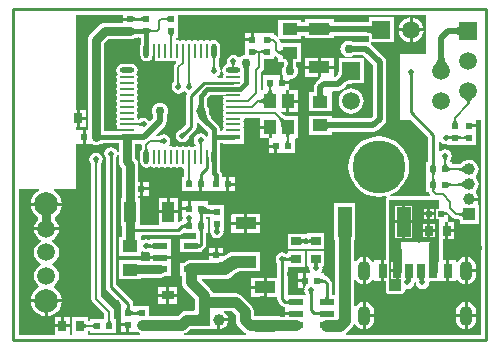
<source format=gtl>
%FSLAX25Y25*%
%MOIN*%
G70*
G01*
G75*
G04 Layer_Physical_Order=1*
G04 Layer_Color=255*
%ADD10C,0.01500*%
%ADD11C,0.00800*%
%ADD12C,0.02000*%
%ADD13C,0.01000*%
%ADD14C,0.04000*%
%ADD15R,0.04724X0.09843*%
%ADD16R,0.02756X0.03347*%
%ADD17R,0.02362X0.02362*%
%ADD18O,0.00984X0.04724*%
%ADD19O,0.04724X0.00984*%
%ADD20O,0.04724X0.01772*%
%ADD21O,0.01772X0.04724*%
%ADD22R,0.04724X0.01772*%
%ADD23R,0.02362X0.02362*%
%ADD24R,0.04331X0.04724*%
%ADD25R,0.05118X0.03937*%
%ADD26R,0.07087X0.03937*%
%ADD27R,0.02756X0.04724*%
%ADD28R,0.02992X0.04724*%
%ADD29R,0.03150X0.04724*%
%ADD30R,0.03347X0.02756*%
%ADD31R,0.04724X0.01969*%
%ADD32R,0.03937X0.03150*%
%ADD33R,0.03937X0.07087*%
%ADD34C,0.03000*%
%ADD35C,0.03500*%
%ADD36C,0.17716*%
%ADD37C,0.07874*%
%ADD38C,0.05906*%
%ADD39R,0.05906X0.05906*%
%ADD40R,0.03937X0.03937*%
%ADD41C,0.03937*%
%ADD42O,0.04331X0.06693*%
%ADD43R,0.03937X0.03937*%
%ADD44R,0.05906X0.05906*%
%ADD45C,0.03000*%
%ADD46C,0.02000*%
G36*
X36619Y-2700D02*
X39001D01*
Y-3700D01*
X36619D01*
Y-4414D01*
X30530D01*
X29825Y-4507D01*
X29440Y-4666D01*
X29168Y-4778D01*
X28604Y-5211D01*
X25680Y-8136D01*
X25247Y-8700D01*
X24975Y-9357D01*
X24882Y-10061D01*
Y-36300D01*
Y-40219D01*
X24100D01*
Y-42601D01*
Y-44981D01*
X26464D01*
X26901Y-45162D01*
X27606Y-45255D01*
X28310Y-45162D01*
X28747Y-44981D01*
X29918D01*
Y-44650D01*
X35144D01*
Y-47563D01*
X34646Y-47612D01*
X34572Y-47242D01*
X34086Y-46514D01*
X33358Y-46028D01*
X32500Y-45857D01*
X31642Y-46028D01*
X30914Y-46514D01*
X30428Y-47242D01*
X30257Y-48100D01*
X30428Y-48958D01*
X30767Y-49466D01*
Y-92400D01*
X30899Y-93063D01*
X31274Y-93626D01*
X31274Y-93626D01*
X31274Y-93626D01*
X35819Y-98170D01*
X35819Y-98819D01*
X35819D01*
Y-103581D01*
Y-104637D01*
X38201D01*
Y-105136D01*
X38700D01*
Y-107518D01*
X40581D01*
Y-107481D01*
X41157D01*
X41412Y-107677D01*
X42130Y-107974D01*
X42357Y-108004D01*
X42324Y-108503D01*
X24778D01*
Y-108503D01*
Y-108373D01*
X24778Y-108149D01*
X24778Y-108149D01*
X24778D01*
Y-107131D01*
X25582D01*
Y-107881D01*
X34281D01*
Y-103119D01*
X33531D01*
Y-100800D01*
X33407Y-100176D01*
X33053Y-99647D01*
X29231Y-95824D01*
Y-51534D01*
X29248Y-51494D01*
X29672Y-50858D01*
X29843Y-50000D01*
X29672Y-49142D01*
X29186Y-48414D01*
X28458Y-47928D01*
X27600Y-47757D01*
X26742Y-47928D01*
X26014Y-48414D01*
X25528Y-49142D01*
X25357Y-50000D01*
X25528Y-50858D01*
X25952Y-51494D01*
X25969Y-51534D01*
Y-96500D01*
X25969Y-96500D01*
X25969D01*
X26093Y-97124D01*
X26447Y-97654D01*
X30269Y-101476D01*
Y-103119D01*
X25582D01*
Y-103869D01*
X24778D01*
Y-102627D01*
X19622D01*
Y-108149D01*
X19622Y-108149D01*
X19622D01*
X19622Y-108373D01*
X19492Y-108503D01*
X18872D01*
Y-108503D01*
Y-108373D01*
X18872Y-108149D01*
X18872Y-108149D01*
X18872D01*
Y-106000D01*
X13716D01*
Y-108149D01*
X13716Y-108149D01*
X13716D01*
X13716Y-108373D01*
X13587Y-108503D01*
X1733D01*
Y-59854D01*
X8377D01*
X8475Y-60344D01*
X8409Y-60371D01*
X7336Y-61194D01*
X6513Y-62268D01*
X5995Y-63517D01*
X5884Y-64358D01*
X16116D01*
X16005Y-63517D01*
X15487Y-62268D01*
X14664Y-61194D01*
X13591Y-60371D01*
X13525Y-60344D01*
X13623Y-59854D01*
X20800D01*
Y-44981D01*
X21219D01*
Y-44981D01*
X23100D01*
Y-42601D01*
Y-40219D01*
X21219D01*
Y-40219D01*
X21154D01*
X20800Y-39865D01*
Y-39173D01*
X21200D01*
Y-36301D01*
Y-33427D01*
X20800D01*
Y-1733D01*
X36619D01*
Y-2700D01*
D02*
G37*
G36*
X137600Y-14200D02*
Y-14700D01*
X128900D01*
Y-19900D01*
Y-36800D01*
X132549D01*
X138267Y-42518D01*
Y-50919D01*
X137619D01*
Y-55681D01*
X137619Y-55681D01*
X137619Y-56019D01*
X137619D01*
Y-60781D01*
X138405D01*
X138493Y-61224D01*
X138847Y-61753D01*
X138908Y-61814D01*
X138716Y-62277D01*
X125595D01*
X125522Y-61782D01*
X125668Y-61738D01*
X127415Y-60804D01*
X128947Y-59547D01*
X130204Y-58015D01*
X131138Y-56268D01*
X131713Y-54372D01*
X131907Y-52400D01*
X131713Y-50428D01*
X131138Y-48532D01*
X130204Y-46785D01*
X128947Y-45253D01*
X127415Y-43996D01*
X125668Y-43062D01*
X123772Y-42487D01*
X121800Y-42293D01*
X119828Y-42487D01*
X117932Y-43062D01*
X116185Y-43996D01*
X114653Y-45253D01*
X113396Y-46785D01*
X112462Y-48532D01*
X111887Y-50428D01*
X111693Y-52400D01*
X111887Y-54372D01*
X112462Y-56268D01*
X113396Y-58015D01*
X114653Y-59547D01*
X116185Y-60804D01*
X117932Y-61738D01*
X119828Y-62313D01*
X121800Y-62507D01*
X123772Y-62313D01*
X124239Y-62171D01*
X124452Y-62623D01*
X124435Y-62635D01*
X124170Y-63032D01*
X124076Y-63500D01*
Y-83538D01*
X123573D01*
Y-87101D01*
Y-90662D01*
X124076D01*
Y-93787D01*
X124170Y-94256D01*
X124435Y-94652D01*
X124832Y-94918D01*
X125300Y-95011D01*
X129180D01*
X129648Y-94918D01*
X130045Y-94652D01*
X130310Y-94256D01*
X130403Y-93787D01*
Y-93459D01*
X130789Y-93142D01*
X131300Y-93243D01*
X132158Y-93072D01*
X132886Y-92586D01*
X133372Y-91858D01*
X133529Y-91070D01*
X134014Y-90948D01*
X134057Y-91000D01*
X134228Y-91858D01*
X134714Y-92586D01*
X135442Y-93072D01*
X136300Y-93243D01*
X137158Y-93072D01*
X137886Y-92586D01*
X138372Y-91858D01*
X138543Y-91000D01*
X138820Y-90662D01*
X144227D01*
Y-87101D01*
Y-83538D01*
X143068D01*
Y-76573D01*
X143905D01*
Y-73701D01*
Y-70827D01*
X144787D01*
Y-70481D01*
X144787D01*
Y-68600D01*
X142404D01*
Y-67600D01*
X144693D01*
X144787Y-67694D01*
Y-68347D01*
X145249Y-68156D01*
X146546Y-69454D01*
X147076Y-69807D01*
X147700Y-69931D01*
X148113D01*
Y-69946D01*
X148228Y-69931D01*
X148230D01*
X148732Y-70031D01*
Y-71469D01*
X155069D01*
Y-65131D01*
X155021D01*
X154743Y-64716D01*
X154987Y-64127D01*
X155030Y-63800D01*
X151899D01*
Y-62800D01*
X155030D01*
X154987Y-62473D01*
X154668Y-61702D01*
X154160Y-61040D01*
Y-60560D01*
X154668Y-59898D01*
X154987Y-59127D01*
X155096Y-58300D01*
X154987Y-57473D01*
X154668Y-56702D01*
X154160Y-56040D01*
Y-55560D01*
X154668Y-54898D01*
X154987Y-54127D01*
X155096Y-53300D01*
X154987Y-52473D01*
X154668Y-51702D01*
X154160Y-51040D01*
X153498Y-50532D01*
X152727Y-50213D01*
X151900Y-50104D01*
X151073Y-50213D01*
X150302Y-50532D01*
X149688Y-51003D01*
X149637Y-51037D01*
X149640Y-51040D01*
X149604Y-51087D01*
X148947Y-51526D01*
X148230Y-51669D01*
X148228D01*
X148113Y-51653D01*
Y-51669D01*
X146318D01*
Y-50919D01*
X145568D01*
Y-50371D01*
X145585Y-50331D01*
X146009Y-49695D01*
X146180Y-48837D01*
X146009Y-47979D01*
X145523Y-47251D01*
X144795Y-46765D01*
X143937Y-46594D01*
X143079Y-46765D01*
X142351Y-47251D01*
X142292Y-47339D01*
X141818Y-47180D01*
X141990Y-44206D01*
X142473Y-44075D01*
X142614Y-44286D01*
X143342Y-44772D01*
X144200Y-44943D01*
X144583Y-44867D01*
X144844Y-45081D01*
Y-45081D01*
X154306D01*
Y-41144D01*
Y-39263D01*
X151924D01*
Y-38263D01*
X154306D01*
Y-36800D01*
X155747D01*
Y-108503D01*
X110886D01*
X110725Y-108029D01*
X111198Y-107667D01*
X112697Y-106167D01*
X113210Y-105499D01*
X113447Y-104926D01*
X113947D01*
X113953Y-104939D01*
X114492Y-105642D01*
X115195Y-106181D01*
X116014Y-106520D01*
X116392Y-106570D01*
Y-102062D01*
Y-97551D01*
X116014Y-97601D01*
X115195Y-97940D01*
X114492Y-98479D01*
X114116Y-98969D01*
X113643Y-98808D01*
Y-90352D01*
X114116Y-90191D01*
X114492Y-90681D01*
X115195Y-91221D01*
X116014Y-91560D01*
X116392Y-91610D01*
Y-87101D01*
Y-82590D01*
X116014Y-82640D01*
X115195Y-82979D01*
X114492Y-83519D01*
X114116Y-84009D01*
X113643Y-83848D01*
Y-76921D01*
X113977D01*
Y-64679D01*
X106853D01*
Y-76921D01*
X107187D01*
Y-95279D01*
X106151D01*
Y-91318D01*
X106019Y-90655D01*
X105644Y-90092D01*
X104726Y-89174D01*
X104163Y-88799D01*
X103518Y-88670D01*
Y-88019D01*
X102828D01*
X102592Y-87578D01*
X102872Y-87158D01*
X103043Y-86300D01*
X102996Y-86064D01*
X103313Y-85678D01*
X103673D01*
Y-80522D01*
X97927D01*
Y-85678D01*
X98286D01*
X98604Y-86064D01*
X98557Y-86300D01*
X98728Y-87158D01*
X99008Y-87578D01*
X98772Y-88019D01*
X97700D01*
Y-90401D01*
Y-91956D01*
X97614Y-92014D01*
X97127Y-92742D01*
X97120Y-92781D01*
X96726D01*
X97043Y-93168D01*
X96957Y-93600D01*
X97128Y-94458D01*
X97381Y-94838D01*
X97145Y-95279D01*
X91433D01*
Y-85778D01*
X97173D01*
Y-80622D01*
X91427D01*
Y-81178D01*
X90986Y-81413D01*
X90558Y-81128D01*
X89700Y-80957D01*
X88842Y-81128D01*
X88114Y-81614D01*
X87628Y-82342D01*
X87457Y-83200D01*
X87628Y-84058D01*
X87967Y-84566D01*
Y-89436D01*
X84500D01*
Y-92606D01*
Y-95773D01*
X87967D01*
Y-96461D01*
X88099Y-97125D01*
X88474Y-97687D01*
X89476Y-98689D01*
X89476Y-98689D01*
X90038Y-99064D01*
X90620Y-99180D01*
Y-99647D01*
Y-100900D01*
X94183D01*
Y-101900D01*
X90620D01*
Y-102362D01*
X88743D01*
Y-102232D01*
X80076D01*
Y-100573D01*
X79974Y-99803D01*
X79677Y-99085D01*
X79204Y-98469D01*
X76231Y-95496D01*
X75615Y-95023D01*
X74897Y-94726D01*
X74127Y-94625D01*
X66400D01*
X66374Y-94430D01*
X66077Y-93712D01*
X65604Y-93096D01*
X62835Y-90326D01*
X63026Y-89865D01*
X70632D01*
X71468Y-89755D01*
X72246Y-89432D01*
X72914Y-88919D01*
X72915Y-88919D01*
X72914Y-88919D01*
X73627Y-88206D01*
X73627Y-88206D01*
X73627Y-88206D01*
X73650Y-88184D01*
X74269Y-87709D01*
X75020Y-87398D01*
X75554Y-87328D01*
X77400D01*
X77849Y-87269D01*
X82143D01*
Y-80932D01*
X77849D01*
X77400Y-80872D01*
X76064D01*
X75825Y-80841D01*
Y-80822D01*
X75682Y-80836D01*
X75217Y-80791D01*
X74389Y-80872D01*
X73169D01*
X72720Y-80932D01*
X72657D01*
Y-80940D01*
X72334Y-80982D01*
X71556Y-81305D01*
X71265Y-81528D01*
X70887Y-81818D01*
X70696Y-82009D01*
D01*
D01*
X70614Y-82091D01*
X70429Y-82232D01*
X69981Y-82011D01*
Y-82263D01*
X65219D01*
Y-83319D01*
Y-83409D01*
X59236D01*
X58401Y-83519D01*
X57622Y-83842D01*
X56954Y-84355D01*
X56879Y-84453D01*
X55674D01*
Y-88821D01*
X56261D01*
Y-90936D01*
X56362Y-91706D01*
X56659Y-92424D01*
X57132Y-93040D01*
X57132Y-93040D01*
X57132Y-93040D01*
X60524Y-96433D01*
Y-97400D01*
X60524Y-97400D01*
X60524D01*
Y-100331D01*
X60331D01*
Y-100524D01*
X57695D01*
X56924Y-100626D01*
X56207Y-100923D01*
X55590Y-101396D01*
X54820Y-102167D01*
X51780D01*
X51458Y-102125D01*
X45281D01*
Y-98782D01*
X40519D01*
Y-98819D01*
X39933D01*
Y-98100D01*
X39933Y-98100D01*
X39933Y-98100D01*
Y-98100D01*
X39933D01*
X39933Y-98100D01*
X39801Y-97437D01*
X39426Y-96874D01*
X34233Y-91682D01*
Y-49466D01*
X34572Y-48958D01*
X34646Y-48588D01*
X35144Y-48637D01*
Y-50667D01*
X35236Y-51372D01*
X35236Y-51372D01*
X35236Y-51372D01*
X35508Y-52029D01*
X35941Y-52593D01*
X36181Y-52833D01*
Y-59942D01*
Y-61400D01*
X36181Y-61400D01*
X36181D01*
Y-62757D01*
X35736D01*
Y-72243D01*
X36177D01*
Y-73600D01*
Y-75757D01*
X35141D01*
Y-82095D01*
X42659D01*
Y-80801D01*
X43100Y-80565D01*
X43505Y-80835D01*
X44363Y-81006D01*
X45051Y-80869D01*
X45438Y-81186D01*
Y-82200D01*
X52562D01*
Y-80947D01*
Y-76579D01*
X45438D01*
X45438Y-76579D01*
Y-76579D01*
X45224Y-76693D01*
X45221Y-76691D01*
X44363Y-76520D01*
X43505Y-76691D01*
X43100Y-76961D01*
X42659Y-76725D01*
Y-75757D01*
X42659D01*
Y-75687D01*
X43013Y-75333D01*
X54900D01*
X55563Y-75201D01*
X56126Y-74826D01*
X56126Y-74826D01*
X56126Y-74826D01*
X56370Y-74581D01*
X60804D01*
Y-76579D01*
X59765D01*
X59700Y-76566D01*
X59635Y-76579D01*
X55674D01*
Y-80947D01*
X62798D01*
Y-80352D01*
X63342Y-79989D01*
X63763Y-79568D01*
X63763Y-79568D01*
X64014Y-79193D01*
X64138Y-79006D01*
X64270Y-78343D01*
X64270Y-78343D01*
Y-74581D01*
X64918D01*
Y-69819D01*
X64270D01*
Y-69133D01*
X65419D01*
Y-69881D01*
Y-73818D01*
X65419D01*
X65575Y-74009D01*
X65557Y-74100D01*
X65728Y-74958D01*
X66214Y-75686D01*
X66942Y-76172D01*
X67800Y-76343D01*
X68658Y-76172D01*
X69386Y-75686D01*
X69872Y-74958D01*
X70043Y-74100D01*
X70025Y-74009D01*
X70181Y-73818D01*
X70181D01*
Y-69881D01*
Y-65119D01*
X65419D01*
Y-65119D01*
X65359Y-65159D01*
X64918Y-64923D01*
Y-64019D01*
X59100D01*
Y-66401D01*
X58601D01*
Y-66900D01*
X56219D01*
Y-68781D01*
X56219D01*
X56429Y-69037D01*
X56357Y-69400D01*
X56397Y-69602D01*
X56219Y-69819D01*
X56219D01*
Y-70483D01*
X55637Y-70599D01*
X55309Y-70817D01*
X54869Y-70582D01*
Y-68000D01*
X48531D01*
Y-71867D01*
X42073D01*
Y-62757D01*
X41628D01*
Y-62181D01*
X42200D01*
Y-59801D01*
Y-57419D01*
X41628D01*
Y-51705D01*
X41535Y-51000D01*
X41263Y-50343D01*
X40830Y-49779D01*
X40590Y-49539D01*
Y-44905D01*
X42532D01*
X42732Y-45148D01*
Y-46369D01*
X42398Y-46868D01*
X42236Y-47682D01*
Y-50635D01*
X42398Y-51449D01*
X42859Y-52139D01*
X43549Y-52600D01*
X44363Y-52761D01*
X45177Y-52600D01*
X45604Y-52314D01*
X46065Y-52622D01*
X46725Y-52754D01*
X47385Y-52622D01*
X47709Y-52406D01*
X48033Y-52622D01*
X48694Y-52754D01*
X49354Y-52622D01*
X49678Y-52406D01*
X50002Y-52622D01*
X50662Y-52754D01*
X51322Y-52622D01*
X51647Y-52406D01*
X51970Y-52622D01*
X52631Y-52754D01*
X53291Y-52622D01*
X53615Y-52406D01*
X53939Y-52622D01*
X54599Y-52754D01*
X55259Y-52622D01*
X55584Y-52406D01*
X55907Y-52622D01*
X56568Y-52754D01*
X56932Y-53052D01*
Y-55919D01*
X56182D01*
Y-60681D01*
X62000D01*
Y-58299D01*
X63000D01*
Y-60681D01*
X64881D01*
Y-60581D01*
X65182D01*
Y-60581D01*
X71000D01*
Y-58201D01*
Y-55819D01*
X69551D01*
Y-55142D01*
X69400Y-54381D01*
X68969Y-53736D01*
X68792Y-53559D01*
Y-51331D01*
X68931Y-50635D01*
Y-47682D01*
X68792Y-46986D01*
Y-44650D01*
X69738D01*
Y-44748D01*
X76862D01*
Y-40576D01*
X76862D01*
X76845Y-40555D01*
X76895Y-40300D01*
X76764Y-39640D01*
X76547Y-39316D01*
X76764Y-38992D01*
X76895Y-38331D01*
X76764Y-37671D01*
X76547Y-37347D01*
X76764Y-37023D01*
X76895Y-36363D01*
X77172Y-36026D01*
X82182D01*
Y-38731D01*
X85548D01*
Y-39230D01*
X86047D01*
Y-42793D01*
X85119D01*
Y-43219D01*
X85119D01*
Y-45100D01*
X87501D01*
Y-45599D01*
X88000D01*
Y-47981D01*
X93818D01*
Y-43219D01*
X93818D01*
Y-43146D01*
X94172Y-42793D01*
X94818D01*
Y-35669D01*
X91610D01*
X91453Y-35637D01*
Y-35637D01*
X91440Y-35648D01*
X90815Y-35524D01*
X90332Y-35201D01*
X89319Y-34188D01*
X89307Y-34174D01*
Y-34174D01*
Y-34172D01*
X89324Y-34132D01*
X90953D01*
Y-30570D01*
Y-27007D01*
X91881D01*
Y-26781D01*
X91881D01*
Y-24900D01*
X89499D01*
Y-24401D01*
X89000D01*
Y-22019D01*
X83182D01*
Y-26781D01*
D01*
Y-26781D01*
X82956Y-27007D01*
X82531D01*
Y-20776D01*
X83053Y-20254D01*
X83407Y-19724D01*
X83531Y-19100D01*
X83531Y-19100D01*
X83531Y-19100D01*
Y-19100D01*
Y-16468D01*
X86781D01*
Y-15742D01*
X87243Y-15550D01*
X87247Y-15553D01*
X87776Y-15907D01*
X88341Y-16020D01*
Y-17569D01*
X90112D01*
Y-18623D01*
X90092Y-18672D01*
X90092Y-18672D01*
D01*
X90092Y-18672D01*
D01*
D01*
X90092Y-18672D01*
X90038Y-18752D01*
X89741Y-19138D01*
X89469Y-19795D01*
X89377Y-20500D01*
X89469Y-21205D01*
X89635Y-21603D01*
X89357Y-22019D01*
X89862D01*
X90000Y-22199D01*
Y-23900D01*
X91881D01*
Y-23415D01*
X92100Y-23223D01*
X92805Y-23131D01*
X93462Y-22858D01*
X94026Y-22426D01*
X94459Y-21862D01*
X94731Y-21205D01*
X94823Y-20500D01*
X94731Y-19795D01*
X94459Y-19138D01*
X94162Y-18752D01*
X94108Y-18672D01*
X94088Y-18623D01*
Y-17569D01*
X95859D01*
Y-11231D01*
X89131D01*
Y-11100D01*
X89007Y-10476D01*
X88653Y-9946D01*
X88758Y-9695D01*
X95859D01*
Y-8769D01*
X97257D01*
Y-9668D01*
X106743D01*
Y-8769D01*
X117395D01*
X118112Y-8863D01*
X118447Y-9003D01*
Y-10614D01*
X118061Y-10931D01*
X117578Y-10835D01*
X113234D01*
X113084Y-10719D01*
X112427Y-10447D01*
X111722Y-10355D01*
X111017Y-10447D01*
X110360Y-10719D01*
X109796Y-11152D01*
X109364Y-11716D01*
X109092Y-12373D01*
X108999Y-13078D01*
X109092Y-13783D01*
X109364Y-14440D01*
X109796Y-15004D01*
X110360Y-15436D01*
X111017Y-15708D01*
X111722Y-15801D01*
X112427Y-15708D01*
X113084Y-15436D01*
X113234Y-15321D01*
X116649D01*
X119857Y-18529D01*
Y-35571D01*
X119097Y-36331D01*
X106059D01*
Y-35405D01*
X98541D01*
Y-41743D01*
X106059D01*
Y-40817D01*
X120026D01*
X120884Y-40646D01*
X121612Y-40160D01*
X121612Y-40160D01*
X121612Y-40160D01*
X123686Y-38086D01*
X124172Y-37358D01*
X124343Y-36500D01*
X124343Y-36500D01*
X124343Y-36500D01*
Y-36500D01*
Y-17600D01*
X124172Y-16742D01*
X123686Y-16014D01*
X119164Y-11492D01*
X119073Y-11431D01*
X119219Y-10953D01*
X126753D01*
Y-2647D01*
X118447D01*
Y-4283D01*
X106743D01*
Y-3331D01*
X97257D01*
Y-4283D01*
X95859D01*
Y-3357D01*
X88341D01*
Y-8981D01*
X87879Y-9172D01*
X87704Y-8997D01*
X87174Y-8643D01*
X86781Y-8565D01*
Y-7769D01*
X82019D01*
D01*
D01*
X82019Y-7769D01*
X82006D01*
Y-7769D01*
X80125D01*
Y-10151D01*
X79626D01*
Y-10650D01*
X77244D01*
Y-12531D01*
Y-15124D01*
X76895Y-15169D01*
X76238Y-15442D01*
X75674Y-15874D01*
X75572Y-16008D01*
X75072Y-15992D01*
X74886Y-15714D01*
X74158Y-15228D01*
X73300Y-15057D01*
X72442Y-15228D01*
X71714Y-15714D01*
X71228Y-16442D01*
X71057Y-17300D01*
X71228Y-18158D01*
X71228D01*
X71010Y-18256D01*
X71010D01*
X71010Y-18256D01*
X70320Y-18717D01*
X69859Y-19407D01*
X69697Y-20221D01*
X69859Y-21035D01*
X70144Y-21462D01*
X69836Y-21923D01*
X69705Y-22583D01*
X69512Y-22819D01*
X68149D01*
X68004Y-22340D01*
X68390Y-22082D01*
X68876Y-21354D01*
X69047Y-20496D01*
X68876Y-19638D01*
X68452Y-19003D01*
X68435Y-18962D01*
Y-16514D01*
X68769Y-16015D01*
X68931Y-15202D01*
Y-12249D01*
X68769Y-11435D01*
X68308Y-10745D01*
X67618Y-10284D01*
X66804Y-10122D01*
X65990Y-10284D01*
X65563Y-10569D01*
X65102Y-10261D01*
X64442Y-10130D01*
X63781Y-10261D01*
X63457Y-10478D01*
X63133Y-10261D01*
X62473Y-10130D01*
X61813Y-10261D01*
X61489Y-10478D01*
X61165Y-10261D01*
X60505Y-10130D01*
X59844Y-10261D01*
X59521Y-10478D01*
X59196Y-10261D01*
X58536Y-10130D01*
X57876Y-10261D01*
X57552Y-10478D01*
X57228Y-10261D01*
X56568Y-10130D01*
X55907Y-10261D01*
X55584Y-10478D01*
X55259Y-10261D01*
X54599Y-10130D01*
X54262Y-9853D01*
Y-9481D01*
X54981D01*
Y-5544D01*
Y-1733D01*
X137600D01*
Y-14200D01*
D02*
G37*
G36*
X41919Y-9518D02*
X42375D01*
Y-11553D01*
X42236Y-12249D01*
Y-15202D01*
X42398Y-16015D01*
X42859Y-16705D01*
X43549Y-17166D01*
X44363Y-17328D01*
X45177Y-17166D01*
X45604Y-16881D01*
X46065Y-17189D01*
X46225Y-17221D01*
Y-16169D01*
X46328Y-16015D01*
X46490Y-15202D01*
Y-13724D01*
X46968D01*
Y-15595D01*
X47100Y-16256D01*
X47225Y-16444D01*
Y-17221D01*
X47385Y-17189D01*
X47709Y-16973D01*
X48033Y-17189D01*
X48694Y-17321D01*
X49354Y-17189D01*
X49678Y-16973D01*
X50002Y-17189D01*
X50662Y-17321D01*
X51322Y-17189D01*
X51647Y-16973D01*
X51970Y-17189D01*
X52631Y-17321D01*
X53291Y-17189D01*
X53615Y-16973D01*
X53939Y-17189D01*
X54140Y-17229D01*
X54285Y-17708D01*
X53847Y-18146D01*
X53493Y-18676D01*
X53369Y-19300D01*
Y-24266D01*
X53352Y-24306D01*
X52928Y-24942D01*
X52757Y-25800D01*
X52928Y-26658D01*
X53414Y-27386D01*
X54142Y-27872D01*
X55000Y-28043D01*
X55858Y-27872D01*
X56586Y-27386D01*
D01*
X57014Y-27286D01*
X57742Y-27772D01*
D01*
D01*
X57765Y-28170D01*
X57765Y-28170D01*
X57765Y-28170D01*
X57633Y-28833D01*
Y-38315D01*
X56040Y-39909D01*
X55442Y-40028D01*
X54714Y-40514D01*
X54228Y-41242D01*
X54057Y-42100D01*
X54228Y-42958D01*
X54714Y-43686D01*
X55442Y-44172D01*
X56300Y-44343D01*
X57158Y-44172D01*
X57886Y-43686D01*
X58372Y-42958D01*
X58491Y-42360D01*
X60592Y-40259D01*
X60968Y-39697D01*
X61100Y-39033D01*
Y-37765D01*
X61562Y-37574D01*
X63640Y-39652D01*
X63647Y-39660D01*
X63647Y-39659D01*
X64816Y-40827D01*
Y-42068D01*
Y-42294D01*
X64337Y-42439D01*
X63986Y-41914D01*
X63258Y-41428D01*
X62400Y-41257D01*
X61542Y-41428D01*
X60814Y-41914D01*
X60328Y-42642D01*
X60157Y-43500D01*
X60328Y-44358D01*
X60814Y-45086D01*
X60812Y-45088D01*
X60827Y-45125D01*
X60827D01*
X60827Y-45125D01*
X60786Y-45332D01*
X60505Y-45563D01*
X59844Y-45694D01*
X59521Y-45911D01*
X59196Y-45694D01*
X58536Y-45563D01*
X57876Y-45694D01*
X57552Y-45911D01*
X57228Y-45694D01*
X56568Y-45563D01*
X55907Y-45694D01*
X55584Y-45911D01*
X55259Y-45694D01*
X54599Y-45563D01*
X53939Y-45694D01*
X53615Y-45911D01*
X53291Y-45694D01*
X52631Y-45563D01*
X52123Y-45664D01*
X51845Y-45248D01*
X52172Y-44758D01*
X52343Y-43900D01*
X52172Y-43042D01*
X51686Y-42314D01*
X50958Y-41828D01*
X50100Y-41657D01*
X49242Y-41828D01*
X48606Y-42252D01*
X48566Y-42269D01*
X47588D01*
X47397Y-41807D01*
X50386Y-38818D01*
X50872Y-38090D01*
X51043Y-37231D01*
Y-35412D01*
X51158Y-35262D01*
X51430Y-34605D01*
X51523Y-33900D01*
X51430Y-33195D01*
X51158Y-32538D01*
X50726Y-31974D01*
X50162Y-31542D01*
X49505Y-31269D01*
X48800Y-31177D01*
X48095Y-31269D01*
X47438Y-31542D01*
X46874Y-31974D01*
X46442Y-32538D01*
X46169Y-33195D01*
X46077Y-33900D01*
X46169Y-34605D01*
X46442Y-35262D01*
X46557Y-35412D01*
Y-36302D01*
X45698Y-37162D01*
X45200Y-37113D01*
X44955Y-36745D01*
X44227Y-36259D01*
X43369Y-36088D01*
X42510Y-36259D01*
X41875Y-36683D01*
X41846Y-36696D01*
X41508Y-36418D01*
X41462Y-36363D01*
X41331Y-35703D01*
X41114Y-35379D01*
X41331Y-35055D01*
X41462Y-34394D01*
X41331Y-33734D01*
X41114Y-33410D01*
X41331Y-33086D01*
X41462Y-32426D01*
X41331Y-31766D01*
X41114Y-31442D01*
X41331Y-31118D01*
X41462Y-30457D01*
X41331Y-29797D01*
X41114Y-29473D01*
X41331Y-29149D01*
X41462Y-28489D01*
X41331Y-27829D01*
X41114Y-27505D01*
X41331Y-27181D01*
X41462Y-26520D01*
X41331Y-25860D01*
X41114Y-25536D01*
X41331Y-25212D01*
X41462Y-24552D01*
X41331Y-23892D01*
X41114Y-23568D01*
X41331Y-23244D01*
X41462Y-22583D01*
X41331Y-21923D01*
X41023Y-21462D01*
X41308Y-21035D01*
X41470Y-20221D01*
X41308Y-19407D01*
X40847Y-18717D01*
X40157Y-18256D01*
X39343Y-18094D01*
X36391D01*
X35577Y-18256D01*
X34887Y-18717D01*
X34426Y-19407D01*
X34264Y-20221D01*
X34426Y-21035D01*
X34711Y-21462D01*
X34403Y-21923D01*
X34272Y-22583D01*
X34403Y-23244D01*
X34619Y-23568D01*
X34403Y-23892D01*
X34272Y-24552D01*
X34403Y-25212D01*
X34619Y-25536D01*
X34403Y-25860D01*
X34272Y-26520D01*
X34403Y-27181D01*
X34619Y-27505D01*
X34403Y-27829D01*
X34272Y-28489D01*
X34403Y-29149D01*
X34619Y-29473D01*
X34403Y-29797D01*
X34272Y-30457D01*
X34403Y-31118D01*
X34619Y-31442D01*
X34403Y-31766D01*
X34272Y-32426D01*
X34403Y-33086D01*
X34619Y-33410D01*
X34403Y-33734D01*
X34272Y-34394D01*
X34403Y-35055D01*
X34619Y-35379D01*
X34403Y-35703D01*
X34272Y-36363D01*
X34403Y-37023D01*
X34619Y-37347D01*
X34403Y-37671D01*
X34271Y-38331D01*
X34403Y-38992D01*
X34619Y-39316D01*
X34403Y-39640D01*
X34371Y-39800D01*
X35149D01*
X35337Y-39926D01*
X35997Y-40057D01*
X37868D01*
Y-40419D01*
X37867D01*
X37282Y-40535D01*
X36391D01*
X35694Y-40674D01*
X34346D01*
X34271Y-40300D01*
X33965Y-40674D01*
X30329D01*
Y-36300D01*
Y-11189D01*
X31658Y-9860D01*
X39000D01*
X39705Y-9768D01*
X40307Y-9518D01*
X41381D01*
Y-9125D01*
X41919D01*
Y-9518D01*
D02*
G37*
G36*
X141845Y-66419D02*
X140724D01*
Y-69781D01*
X141845D01*
Y-84238D01*
X140384D01*
Y-87101D01*
X139384D01*
Y-84238D01*
X139335D01*
Y-77753D01*
X139220Y-77634D01*
X129180D01*
Y-84238D01*
X128416D01*
Y-87101D01*
Y-89962D01*
X129180D01*
Y-93787D01*
X125300D01*
Y-63500D01*
X141845D01*
Y-66419D01*
D02*
G37*
G36*
X69709Y-28509D02*
X73301D01*
Y-28732D01*
X71430D01*
X70770Y-28863D01*
X70582Y-28989D01*
X69804D01*
X69836Y-29149D01*
X70052Y-29473D01*
X69836Y-29797D01*
X69705Y-30457D01*
X69836Y-31118D01*
X70052Y-31442D01*
X69836Y-31766D01*
X69705Y-32426D01*
X69836Y-33086D01*
X70052Y-33410D01*
X69836Y-33734D01*
X69705Y-34394D01*
X69836Y-35055D01*
X70052Y-35379D01*
X69836Y-35703D01*
X69705Y-36363D01*
X69836Y-37023D01*
X70052Y-37347D01*
X69836Y-37671D01*
X69705Y-38331D01*
X69836Y-38992D01*
X70052Y-39316D01*
X69836Y-39640D01*
X69705Y-40300D01*
X69705Y-40300D01*
X69705Y-40300D01*
X69705Y-40305D01*
X69367Y-40674D01*
X68792D01*
Y-40004D01*
X68792Y-40004D01*
X68792Y-40004D01*
Y-40004D01*
X68792D01*
X68792Y-40004D01*
X68641Y-39243D01*
X68210Y-38598D01*
X66330Y-36718D01*
X65776Y-35996D01*
X65357Y-34985D01*
X65219Y-33935D01*
X65223Y-33900D01*
X65238D01*
X65194Y-33678D01*
X65131Y-33195D01*
X64859Y-32538D01*
X64562Y-32152D01*
X64508Y-32072D01*
X64488Y-32023D01*
Y-29524D01*
X65503Y-28509D01*
X69709D01*
X69709Y-28509D01*
D02*
G37*
G36*
X74124Y-101806D02*
Y-103600D01*
X74226Y-104370D01*
X74523Y-105088D01*
X74996Y-105704D01*
X76733Y-107441D01*
X77349Y-107914D01*
X77587Y-108012D01*
X77490Y-108503D01*
X56929D01*
X56832Y-108012D01*
X57540Y-107719D01*
X58156Y-107246D01*
X58156Y-107246D01*
X58156Y-107246D01*
X58927Y-106475D01*
X60331D01*
Y-106668D01*
X66668D01*
Y-106653D01*
X67084Y-106376D01*
X67594Y-106587D01*
X67921Y-106630D01*
Y-103499D01*
X68420D01*
Y-103000D01*
X71551D01*
X71508Y-102673D01*
X71189Y-101902D01*
X70681Y-101240D01*
X70019Y-100732D01*
X70050Y-100575D01*
X72894D01*
X74124Y-101806D01*
D02*
G37*
%LPC*%
G36*
X96700Y-88019D02*
X94819D01*
Y-89900D01*
X96700D01*
Y-88019D01*
D02*
G37*
G36*
Y-90900D02*
X94819D01*
Y-92781D01*
X96700D01*
Y-90900D01*
D02*
G37*
G36*
X83500Y-89436D02*
X79257D01*
Y-92105D01*
X83500D01*
Y-89436D01*
D02*
G37*
G36*
X117392Y-82590D02*
Y-87101D01*
Y-91610D01*
X117771Y-91560D01*
X118589Y-91221D01*
X119292Y-90681D01*
X119825Y-89987D01*
X119981Y-90040D01*
X120298Y-90172D01*
Y-90662D01*
X122573D01*
Y-87101D01*
Y-83538D01*
X120298D01*
Y-84028D01*
X119981Y-84160D01*
X119825Y-84213D01*
X119292Y-83519D01*
X118589Y-82979D01*
X117771Y-82640D01*
X117392Y-82590D01*
D02*
G37*
G36*
X154302Y-87600D02*
X151408D01*
Y-91610D01*
X151786Y-91560D01*
X152605Y-91221D01*
X153308Y-90681D01*
X153848Y-89978D01*
X154187Y-89160D01*
X154302Y-88281D01*
Y-87600D01*
D02*
G37*
G36*
X127416D02*
X125920D01*
Y-89962D01*
X127416D01*
Y-87600D01*
D02*
G37*
G36*
Y-84238D02*
X125920D01*
Y-86600D01*
X127416D01*
Y-84238D01*
D02*
G37*
G36*
X129600Y-71300D02*
X127238D01*
Y-76221D01*
X129600D01*
Y-71300D01*
D02*
G37*
G36*
X146984Y-74200D02*
X144905D01*
Y-76573D01*
X146984D01*
Y-74200D01*
D02*
G37*
G36*
X132962Y-71300D02*
X130600D01*
Y-76221D01*
X132962D01*
Y-71300D01*
D02*
G37*
G36*
X140378Y-74200D02*
X139000D01*
Y-75873D01*
X140378D01*
Y-74200D01*
D02*
G37*
G36*
X138000D02*
X136622D01*
Y-75873D01*
X138000D01*
Y-74200D01*
D02*
G37*
G36*
X150408Y-82590D02*
X150029Y-82640D01*
X149211Y-82979D01*
X148508Y-83519D01*
X147975Y-84213D01*
X147819Y-84160D01*
X147502Y-84028D01*
Y-83538D01*
X145227D01*
Y-87101D01*
Y-90662D01*
X147502D01*
Y-90172D01*
X147819Y-90040D01*
X147975Y-89987D01*
X148508Y-90681D01*
X149211Y-91221D01*
X150029Y-91560D01*
X150408Y-91610D01*
Y-87101D01*
Y-82590D01*
D02*
G37*
G36*
X151408D02*
Y-86600D01*
X154302D01*
Y-85919D01*
X154187Y-85040D01*
X153848Y-84222D01*
X153308Y-83519D01*
X152605Y-82979D01*
X151786Y-82640D01*
X151408Y-82590D01*
D02*
G37*
G36*
X52562Y-83200D02*
X45438D01*
Y-83914D01*
X42659D01*
Y-83631D01*
X35141D01*
Y-89969D01*
X42659D01*
Y-89360D01*
X49000D01*
X49705Y-89267D01*
X50362Y-88995D01*
X50589Y-88821D01*
X52562D01*
Y-84884D01*
Y-83200D01*
D02*
G37*
G36*
X69981Y-79382D02*
X68100D01*
Y-81263D01*
X69981D01*
Y-79382D01*
D02*
G37*
G36*
X67100D02*
X65219D01*
Y-81263D01*
X67100D01*
Y-79382D01*
D02*
G37*
G36*
X18872Y-102627D02*
X16794D01*
Y-105000D01*
X18872D01*
Y-102627D01*
D02*
G37*
G36*
X15795D02*
X13716D01*
Y-105000D01*
X15795D01*
Y-102627D01*
D02*
G37*
G36*
X16116Y-97642D02*
X11500D01*
Y-102257D01*
X12341Y-102146D01*
X13591Y-101629D01*
X14664Y-100805D01*
X15487Y-99732D01*
X16005Y-98483D01*
X16116Y-97642D01*
D02*
G37*
G36*
X10500D02*
X5884D01*
X5995Y-98483D01*
X6513Y-99732D01*
X7336Y-100805D01*
X8409Y-101629D01*
X9659Y-102146D01*
X10500Y-102257D01*
Y-97642D01*
D02*
G37*
G36*
X154302Y-102561D02*
X151408D01*
Y-106570D01*
X151786Y-106520D01*
X152605Y-106181D01*
X153308Y-105642D01*
X153848Y-104939D01*
X154187Y-104120D01*
X154302Y-103242D01*
Y-102561D01*
D02*
G37*
G36*
X71551Y-104000D02*
X68921D01*
Y-106630D01*
X69248Y-106587D01*
X70019Y-106268D01*
X70681Y-105760D01*
X71189Y-105098D01*
X71508Y-104327D01*
X71551Y-104000D01*
D02*
G37*
G36*
X37700Y-105637D02*
X35819D01*
Y-107518D01*
X37700D01*
Y-105637D01*
D02*
G37*
G36*
X150408Y-102561D02*
X147513D01*
Y-103242D01*
X147629Y-104120D01*
X147968Y-104939D01*
X148508Y-105642D01*
X149211Y-106181D01*
X150029Y-106520D01*
X150408Y-106570D01*
Y-102561D01*
D02*
G37*
G36*
X120287D02*
X117392D01*
Y-106570D01*
X117771Y-106520D01*
X118589Y-106181D01*
X119292Y-105642D01*
X119832Y-104939D01*
X120171Y-104120D01*
X120287Y-103242D01*
Y-102561D01*
D02*
G37*
G36*
X83500Y-93105D02*
X79257D01*
Y-95773D01*
X83500D01*
Y-93105D01*
D02*
G37*
G36*
X15123Y-73626D02*
X6877D01*
X6954Y-74210D01*
X7373Y-75220D01*
X8038Y-76088D01*
X8906Y-76753D01*
X9050Y-76813D01*
Y-77313D01*
X8906Y-77373D01*
X8038Y-78038D01*
X7373Y-78906D01*
X6954Y-79916D01*
X6811Y-81000D01*
X6954Y-82084D01*
X7373Y-83094D01*
X8038Y-83962D01*
X8906Y-84627D01*
X9050Y-84687D01*
Y-85187D01*
X8906Y-85247D01*
X8038Y-85912D01*
X7373Y-86780D01*
X6954Y-87790D01*
X6811Y-88874D01*
X6954Y-89958D01*
X7373Y-90968D01*
X8038Y-91836D01*
X8473Y-92169D01*
X8409Y-92655D01*
X7336Y-93478D01*
X6513Y-94551D01*
X5995Y-95801D01*
X5884Y-96642D01*
X16116D01*
X16005Y-95801D01*
X15487Y-94551D01*
X14664Y-93478D01*
X13591Y-92655D01*
X13527Y-92169D01*
X13962Y-91836D01*
X14627Y-90968D01*
X15046Y-89958D01*
X15189Y-88874D01*
X15046Y-87790D01*
X14627Y-86780D01*
X13962Y-85912D01*
X13094Y-85247D01*
X12950Y-85187D01*
Y-84687D01*
X13094Y-84627D01*
X13962Y-83962D01*
X14627Y-83094D01*
X15046Y-82084D01*
X15189Y-81000D01*
X15046Y-79916D01*
X14627Y-78906D01*
X13962Y-78038D01*
X13094Y-77373D01*
X12950Y-77313D01*
Y-76813D01*
X13094Y-76753D01*
X13962Y-76088D01*
X14627Y-75220D01*
X15046Y-74210D01*
X15123Y-73626D01*
D02*
G37*
G36*
X54668Y-92525D02*
X52000D01*
Y-94800D01*
X54668D01*
Y-92525D01*
D02*
G37*
G36*
X51000D02*
X48331D01*
Y-94800D01*
X51000D01*
Y-92525D01*
D02*
G37*
G36*
X54668Y-95800D02*
X52000D01*
Y-98075D01*
X54668D01*
Y-95800D01*
D02*
G37*
G36*
X150408Y-97551D02*
X150029Y-97601D01*
X149211Y-97940D01*
X148508Y-98479D01*
X147968Y-99182D01*
X147629Y-100001D01*
X147513Y-100880D01*
Y-101561D01*
X150408D01*
Y-97551D01*
D02*
G37*
G36*
X117392D02*
Y-101561D01*
X120287D01*
Y-100880D01*
X120171Y-100001D01*
X119832Y-99182D01*
X119292Y-98479D01*
X118589Y-97940D01*
X117771Y-97601D01*
X117392Y-97551D01*
D02*
G37*
G36*
X51000Y-95800D02*
X48331D01*
Y-98075D01*
X51000D01*
Y-95800D01*
D02*
G37*
G36*
X151408Y-97551D02*
Y-101561D01*
X154302D01*
Y-100880D01*
X154187Y-100001D01*
X153848Y-99182D01*
X153308Y-98479D01*
X152605Y-97940D01*
X151786Y-97601D01*
X151408Y-97551D01*
D02*
G37*
G36*
X103673Y-74616D02*
X97927D01*
Y-74762D01*
X97625Y-75010D01*
X97173Y-74796D01*
Y-74717D01*
X91427D01*
Y-79872D01*
X97173D01*
Y-79739D01*
X97625Y-79525D01*
X97927Y-79773D01*
Y-79772D01*
X103673D01*
Y-74616D01*
D02*
G37*
G36*
X112600Y-26311D02*
X111516Y-26454D01*
X110506Y-26873D01*
X109638Y-27538D01*
X108973Y-28406D01*
X108554Y-29416D01*
X108411Y-30500D01*
X108554Y-31584D01*
X108973Y-32594D01*
X109638Y-33462D01*
X110506Y-34127D01*
X111516Y-34546D01*
X112600Y-34689D01*
X113684Y-34546D01*
X114694Y-34127D01*
X115562Y-33462D01*
X116227Y-32594D01*
X116646Y-31584D01*
X116789Y-30500D01*
X116646Y-29416D01*
X116227Y-28406D01*
X115562Y-27538D01*
X114694Y-26873D01*
X113684Y-26454D01*
X112600Y-26311D01*
D02*
G37*
G36*
X24278Y-33427D02*
X22200D01*
Y-35800D01*
X24278D01*
Y-33427D01*
D02*
G37*
G36*
X94818Y-27007D02*
X91953D01*
Y-30069D01*
X94818D01*
Y-27007D01*
D02*
G37*
G36*
Y-31069D02*
X91953D01*
Y-34132D01*
X94818D01*
Y-31069D01*
D02*
G37*
G36*
X24278Y-36800D02*
X22200D01*
Y-39173D01*
X24278D01*
Y-36800D01*
D02*
G37*
G36*
X73881Y-55819D02*
X72000D01*
Y-57700D01*
X73881D01*
Y-55819D01*
D02*
G37*
G36*
X45081Y-57419D02*
X43200D01*
Y-59300D01*
X45081D01*
Y-57419D01*
D02*
G37*
G36*
X85047Y-39731D02*
X82182D01*
Y-42793D01*
X85047D01*
Y-39731D01*
D02*
G37*
G36*
X87000Y-46100D02*
X85119D01*
Y-47981D01*
X87000D01*
Y-46100D01*
D02*
G37*
G36*
X79125Y-7769D02*
X77244D01*
Y-9650D01*
X79125D01*
Y-7769D01*
D02*
G37*
G36*
X136723Y-7300D02*
X133100D01*
Y-10923D01*
X133684Y-10846D01*
X134694Y-10427D01*
X135562Y-9762D01*
X136227Y-8894D01*
X136646Y-7884D01*
X136723Y-7300D01*
D02*
G37*
G36*
X133100Y-2677D02*
Y-6300D01*
X136723D01*
X136646Y-5716D01*
X136227Y-4706D01*
X135562Y-3838D01*
X134694Y-3173D01*
X133684Y-2754D01*
X133100Y-2677D01*
D02*
G37*
G36*
X132100D02*
X131516Y-2754D01*
X130506Y-3173D01*
X129638Y-3838D01*
X128973Y-4706D01*
X128554Y-5716D01*
X128477Y-6300D01*
X132100D01*
Y-2677D01*
D02*
G37*
G36*
Y-7300D02*
X128477D01*
X128554Y-7884D01*
X128973Y-8894D01*
X129638Y-9762D01*
X130506Y-10427D01*
X131516Y-10846D01*
X132100Y-10923D01*
Y-7300D01*
D02*
G37*
G36*
X116753Y-16347D02*
X108447D01*
Y-20283D01*
X108404Y-20500D01*
X108404D01*
X108438Y-20541D01*
X108254Y-21462D01*
X107827Y-22100D01*
X107680Y-22247D01*
X107680D01*
X107680Y-22248D01*
X107371Y-22557D01*
X106743D01*
Y-22557D01*
Y-22464D01*
X106743Y-22203D01*
X106743Y-22203D01*
X106743D01*
Y-19795D01*
X102500D01*
Y-22464D01*
X102175D01*
X102320Y-22942D01*
X101914Y-23214D01*
X100714Y-24414D01*
X100228Y-25142D01*
X100057Y-26000D01*
Y-27531D01*
X98541D01*
Y-33869D01*
X106059D01*
Y-27531D01*
X106059D01*
Y-27397D01*
X106413Y-27043D01*
X108300D01*
X109158Y-26872D01*
X109886Y-26386D01*
X110853Y-25420D01*
X110853Y-25420D01*
Y-25420D01*
X111000Y-25273D01*
X111638Y-24846D01*
X112559Y-24663D01*
X112600Y-24696D01*
Y-24696D01*
X112817Y-24653D01*
X116753D01*
Y-16347D01*
D02*
G37*
G36*
X101500Y-19795D02*
X97257D01*
Y-22464D01*
X101500D01*
Y-19795D01*
D02*
G37*
G36*
X106743Y-16127D02*
X102500D01*
Y-18795D01*
X106743D01*
Y-16127D01*
D02*
G37*
G36*
X101500D02*
X97257D01*
Y-18795D01*
X101500D01*
Y-16127D01*
D02*
G37*
G36*
X73881Y-58700D02*
X72000D01*
Y-60581D01*
X73881D01*
Y-58700D01*
D02*
G37*
G36*
X76900Y-68136D02*
X72657D01*
Y-70805D01*
X76900D01*
Y-68136D01*
D02*
G37*
G36*
X16116Y-65358D02*
X5884D01*
X5995Y-66199D01*
X6513Y-67449D01*
X7336Y-68522D01*
X8277Y-69244D01*
Y-69981D01*
X8038Y-70164D01*
X7373Y-71032D01*
X6954Y-72042D01*
X6877Y-72626D01*
X15123D01*
X15046Y-72042D01*
X14627Y-71032D01*
X13962Y-70164D01*
X13723Y-69981D01*
Y-69244D01*
X14664Y-68522D01*
X15487Y-67449D01*
X16005Y-66199D01*
X16116Y-65358D01*
D02*
G37*
G36*
X129600Y-65379D02*
X127238D01*
Y-70300D01*
X129600D01*
Y-65379D01*
D02*
G37*
G36*
X82143Y-68136D02*
X77900D01*
Y-70805D01*
X82143D01*
Y-68136D01*
D02*
G37*
G36*
X146984Y-70827D02*
X144905D01*
Y-73200D01*
X146984D01*
Y-70827D01*
D02*
G37*
G36*
X82143Y-71805D02*
X77900D01*
Y-74473D01*
X82143D01*
Y-71805D01*
D02*
G37*
G36*
X76900D02*
X72657D01*
Y-74473D01*
X76900D01*
Y-71805D01*
D02*
G37*
G36*
X140378Y-71527D02*
X139000D01*
Y-73200D01*
X140378D01*
Y-71527D01*
D02*
G37*
G36*
X138000D02*
X136622D01*
Y-73200D01*
X138000D01*
Y-71527D01*
D02*
G37*
G36*
X54869Y-62757D02*
X52200D01*
Y-67000D01*
X54869D01*
Y-62757D01*
D02*
G37*
G36*
X51200D02*
X48531D01*
Y-67000D01*
X51200D01*
Y-62757D01*
D02*
G37*
G36*
X45081Y-60300D02*
X43200D01*
Y-62181D01*
X45081D01*
Y-60300D01*
D02*
G37*
G36*
X58100Y-64019D02*
X56219D01*
Y-65900D01*
X58100D01*
Y-64019D01*
D02*
G37*
G36*
X140150Y-66419D02*
X138969D01*
Y-67600D01*
X140150D01*
Y-66419D01*
D02*
G37*
G36*
X137969Y-68600D02*
X136787D01*
Y-69781D01*
X137969D01*
Y-68600D01*
D02*
G37*
G36*
X132962Y-65379D02*
X130600D01*
Y-70300D01*
X132962D01*
Y-65379D01*
D02*
G37*
G36*
X137969Y-66419D02*
X136787D01*
Y-67600D01*
X137969D01*
Y-66419D01*
D02*
G37*
G36*
X140150Y-68600D02*
X138969D01*
Y-69781D01*
X140150D01*
Y-68600D01*
D02*
G37*
%LPD*%
D10*
X92100Y-17342D02*
G03*
X91238Y-15262I-2942J0D01*
G01*
X92962D02*
G03*
X92100Y-17342I2080J-2080D01*
G01*
X44363Y-8330D02*
G03*
X43995Y-7442I-1256J0D01*
G01*
X27842Y-42295D02*
G03*
X28728Y-42662I886J886D01*
G01*
X92100Y-18689D02*
G03*
X92630Y-19970I1811J0D01*
G01*
X91570D02*
G03*
X92100Y-18689I-1280J1280D01*
G01*
X77600Y-19611D02*
G03*
X77070Y-18330I-1811J0D01*
G01*
X78130D02*
G03*
X77600Y-19611I1280J-1280D01*
G01*
X62500Y-32089D02*
G03*
X63030Y-33370I1811J0D01*
G01*
X61970D02*
G03*
X62500Y-32089I-1280J1280D01*
G01*
Y-35700D02*
G03*
X61972Y-34433I-1785J0D01*
G01*
X63028D02*
G03*
X62500Y-35700I1257J-1267D01*
G01*
X63250Y-33900D02*
G03*
X65053Y-38253I6156J0D01*
G01*
X61750Y-33900D02*
G03*
X62493Y-35693I2535J0D01*
G01*
X62500Y-35700D02*
G03*
X61972Y-34433I-1785J0D01*
G01*
X63028D02*
G03*
X62500Y-35700I1257J-1267D01*
G01*
X27736Y-42662D02*
X37867D01*
X39000Y-7137D02*
X44300D01*
X44363Y-13725D02*
Y-7200D01*
X44300Y-7137D02*
X44363Y-7200D01*
X73300Y-26520D02*
X75665D01*
X77600Y-24586D01*
Y-17800D01*
X92100Y-20500D02*
Y-14400D01*
X66804Y-54383D02*
Y-49158D01*
Y-54383D02*
X67563Y-55142D01*
Y-58200D02*
Y-55142D01*
X66804Y-49158D02*
Y-42068D01*
Y-40004D01*
X67398Y-42662D02*
X73300D01*
X66804Y-42068D02*
X67398Y-42662D01*
X66479Y-26520D02*
X73300D01*
X62500Y-28700D02*
X64679Y-26520D01*
X62500Y-35700D02*
Y-28700D01*
Y-35700D02*
X66804Y-40004D01*
X64679Y-26520D02*
X66479D01*
D11*
X88400Y-14400D02*
G03*
X90248Y-13468I0J2298D01*
G01*
Y-15332D02*
G03*
X88400Y-14400I-1848J-1365D01*
G01*
X58563Y-56414D02*
G03*
X59115Y-57748I1886J0D01*
G01*
X58011D02*
G03*
X58563Y-56414I-1333J1333D01*
G01*
X26077Y-105500D02*
G03*
X27411Y-104948I0J1886D01*
G01*
Y-106052D02*
G03*
X26077Y-105500I-1333J-1333D01*
G01*
X31900Y-103614D02*
G03*
X32452Y-104948I1886J0D01*
G01*
X31348D02*
G03*
X31900Y-103614I-1333J1333D01*
G01*
X24561Y-105500D02*
G03*
X22892Y-106192I0J-2361D01*
G01*
Y-104808D02*
G03*
X24561Y-105500I1670J1670D01*
G01*
X145823Y-58400D02*
G03*
X144489Y-58952I0J-1886D01*
G01*
Y-57848D02*
G03*
X145823Y-58400I1333J1333D01*
G01*
X140000Y-56514D02*
G03*
X140552Y-57848I1886J0D01*
G01*
X139448D02*
G03*
X140000Y-56514I-1333J1333D01*
G01*
Y-60286D02*
G03*
X139448Y-58952I-1886J0D01*
G01*
X140552D02*
G03*
X140000Y-60286I1333J-1333D01*
G01*
X143937Y-51414D02*
G03*
X144489Y-52748I1886J0D01*
G01*
X143385D02*
G03*
X143937Y-51414I-1333J1333D01*
G01*
X145823Y-53300D02*
G03*
X144489Y-53852I0J-1886D01*
G01*
Y-52748D02*
G03*
X145823Y-53300I1333J1333D01*
G01*
X140000Y-55186D02*
G03*
X139448Y-53852I-1886J0D01*
G01*
X140552D02*
G03*
X140000Y-55186I1333J-1333D01*
G01*
X150040Y-42700D02*
G03*
X151373Y-42148I0J1886D01*
G01*
Y-43252D02*
G03*
X150040Y-42700I-1333J-1333D01*
G01*
X147225Y-36877D02*
G03*
X147777Y-38211I1886J0D01*
G01*
X146673D02*
G03*
X147225Y-36877I-1333J1333D01*
G01*
X149111Y-42700D02*
G03*
X147777Y-43252I0J-1886D01*
G01*
Y-42148D02*
G03*
X149111Y-42700I1333J1333D01*
G01*
X145340D02*
G03*
X146673Y-42148I0J1886D01*
G01*
Y-43252D02*
G03*
X145340Y-42700I-1333J-1333D01*
G01*
X85563Y-26286D02*
G03*
X85011Y-24952I-1886J0D01*
G01*
X86115D02*
G03*
X85563Y-26286I1333J-1333D01*
G01*
X91453Y-42747D02*
G03*
X90466Y-40891I-2238J0D01*
G01*
X92440D02*
G03*
X91453Y-42747I1251J-1856D01*
G01*
X89131Y-36307D02*
G03*
X91453Y-37268I2322J2322D01*
G01*
X89687Y-39034D02*
G03*
X88153Y-35329I-5240J0D01*
G01*
X90487Y-39034D02*
G03*
X89518Y-36694I-3309J0D01*
G01*
X85563Y-26149D02*
G03*
X86796Y-29124I4208J0D01*
G01*
X85563Y-28080D02*
G03*
X86230Y-29690I2277J0D01*
G01*
X84299Y-29124D02*
G03*
X85563Y-26072I-3052J3052D01*
G01*
X84865Y-29690D02*
G03*
X85563Y-28004I-1686J1686D01*
G01*
X81431Y-30569D02*
G03*
X84268Y-29352I0J3916D01*
G01*
X83296Y-30569D02*
G03*
X84848Y-29904I0J2142D01*
G01*
X84268Y-31786D02*
G03*
X81431Y-30569I-2837J-2699D01*
G01*
X84848Y-31235D02*
G03*
X83296Y-30569I-1551J-1476D01*
G01*
X91453Y-43752D02*
G03*
X91989Y-45048I1832J0D01*
G01*
X90885D02*
G03*
X91453Y-43676I-1371J1371D01*
G01*
X82514Y-14087D02*
G03*
X83848Y-13535I0J1886D01*
G01*
Y-14639D02*
G03*
X82514Y-14087I-1333J-1333D01*
G01*
X86286Y-10150D02*
G03*
X84952Y-10702I0J-1886D01*
G01*
Y-9598D02*
G03*
X86286Y-10150I1333J1333D01*
G01*
X81511Y-14087D02*
G03*
X80177Y-14639I0J-1886D01*
G01*
Y-13535D02*
G03*
X81511Y-14087I1333J1333D01*
G01*
X50714Y-3163D02*
G03*
X52048Y-2611I0J1886D01*
G01*
Y-3715D02*
G03*
X50714Y-3163I-1333J-1333D01*
G01*
X52631Y-9060D02*
G03*
X52048Y-7652I-1991J0D01*
G01*
X53152D02*
G03*
X52631Y-8912I1259J-1259D01*
G01*
X46186Y-7137D02*
G03*
X44852Y-7689I0J-1886D01*
G01*
Y-6585D02*
G03*
X46186Y-7137I1333J1333D01*
G01*
X44363Y-46509D02*
G03*
X44706Y-47338I1173J0D01*
G01*
X44019D02*
G03*
X44363Y-46509I-829J829D01*
G01*
X66804Y-16374D02*
G03*
X66460Y-15545I-1173J0D01*
G01*
X67147D02*
G03*
X66804Y-16374I829J-829D01*
G01*
X73300Y-19048D02*
G03*
X73643Y-19878I1173J0D01*
G01*
X72957D02*
G03*
X73300Y-19048I-829J829D01*
G01*
X151700Y-31600D02*
G03*
X150433Y-29416I-2515J0D01*
G01*
X151700Y-30221D02*
G03*
X150830Y-28722I-1727J0D01*
G01*
X152967Y-29416D02*
G03*
X151700Y-31600I1248J-2184D01*
G01*
X152570Y-28722D02*
G03*
X151700Y-30221I857J-1499D01*
G01*
X148113Y-53300D02*
G03*
X150791Y-52191I0J3787D01*
G01*
Y-54409D02*
G03*
X148113Y-53300I-2678J-2678D01*
G01*
X147872Y-58400D02*
G03*
X150791Y-57191I0J4128D01*
G01*
X149803Y-58400D02*
G03*
X151357Y-57757I0J2197D01*
G01*
X150791Y-59409D02*
G03*
X148355Y-58400I-2436J-2436D01*
G01*
X148113Y-68300D02*
G03*
X150791Y-67191I0J3787D01*
G01*
Y-69409D02*
G03*
X148113Y-68300I-2678J-2678D01*
G01*
X143937Y-50286D02*
G03*
X143513Y-49261I-1448J0D01*
G01*
X144361D02*
G03*
X143937Y-50286I1024J-1024D01*
G01*
X48651Y-43900D02*
G03*
X49676Y-43476I0J1448D01*
G01*
Y-44324D02*
G03*
X48651Y-43900I-1024J-1024D01*
G01*
X41920Y-38331D02*
G03*
X42944Y-37907I0J1448D01*
G01*
Y-38756D02*
G03*
X41920Y-38331I-1024J-1024D01*
G01*
X145649Y-42700D02*
G03*
X144624Y-43124I0J-1448D01*
G01*
Y-42276D02*
G03*
X145649Y-42700I1024J1024D01*
G01*
X55000Y-24351D02*
G03*
X55424Y-25376I1448J0D01*
G01*
X54576D02*
G03*
X55000Y-24351I-1024J1024D01*
G01*
X58536Y-24098D02*
G03*
X59024Y-25276I1666J0D01*
G01*
X58176D02*
G03*
X58536Y-24406I-870J870D01*
G01*
X62473Y-45125D02*
G03*
X61976Y-43924I-1698J0D01*
G01*
X62824D02*
G03*
X62473Y-44772I848J-848D01*
G01*
X27600Y-51449D02*
G03*
X27176Y-50424I-1448J0D01*
G01*
X28024D02*
G03*
X27600Y-51449I1024J-1024D01*
G01*
X66804Y-19048D02*
G03*
X67228Y-20072I1448J0D01*
G01*
X66380D02*
G03*
X66804Y-19048I-1024J1024D01*
G01*
X73300Y-18748D02*
G03*
X72876Y-17724I-1448J0D01*
G01*
X73724D02*
G03*
X73300Y-18748I1024J-1024D01*
G01*
X147225Y-42700D02*
X151925D01*
X147225Y-38763D02*
Y-36075D01*
X151700Y-31600D02*
Y-27200D01*
X147225Y-36075D02*
X151700Y-31600D01*
X73300Y-20221D02*
Y-17300D01*
X66804Y-20496D02*
Y-13725D01*
X91453Y-39231D02*
Y-38629D01*
X87218Y-34394D02*
X91453Y-38629D01*
X73300Y-34394D02*
X87218D01*
X85547Y-30569D02*
X85563Y-30553D01*
Y-24400D01*
X81431Y-30569D02*
X85547D01*
X79574Y-32426D02*
X81431Y-30569D01*
X73300Y-32426D02*
X79574D01*
X52631Y-13725D02*
Y-7131D01*
X22200Y-105500D02*
X27963D01*
X62473Y-49158D02*
Y-43573D01*
X56568Y-17732D02*
Y-13725D01*
X55000Y-19300D02*
X56568Y-17732D01*
X55000Y-25800D02*
Y-19300D01*
X144200Y-42700D02*
X147225D01*
X37867Y-38331D02*
X43369D01*
X143937Y-53300D02*
X151900D01*
X143937Y-58400D02*
X151800D01*
X151900Y-58300D01*
X140000Y-58400D02*
Y-53300D01*
X44300Y-7137D02*
X47863D01*
X48600Y-6400D01*
Y-3800D01*
X49237Y-3163D01*
X52600D01*
X44363Y-45148D02*
X45611Y-43900D01*
X44363Y-49158D02*
Y-45148D01*
X45611Y-43900D02*
X50100D01*
X78342Y-30457D02*
X80900Y-27900D01*
X73300Y-30457D02*
X78342D01*
X58563Y-58300D02*
Y-49185D01*
X58536Y-49158D02*
X58563Y-49185D01*
X84400Y-10150D02*
X86550D01*
X87500Y-11100D01*
Y-13500D02*
Y-11100D01*
Y-13500D02*
X88400Y-14400D01*
X92100D01*
X140000Y-60600D02*
Y-58400D01*
X143937Y-53300D02*
Y-48837D01*
X27600Y-96500D02*
Y-50000D01*
Y-96500D02*
X31900Y-100800D01*
Y-105500D02*
Y-100800D01*
X80900Y-27900D02*
Y-20100D01*
X81900Y-19100D01*
Y-14087D02*
X84400D01*
X79625D02*
X81900D01*
Y-19100D02*
Y-14087D01*
X91453Y-45600D02*
Y-42747D01*
Y-39231D01*
X147700Y-68300D02*
X151900D01*
X140000Y-60600D02*
X140900Y-61500D01*
X145700Y-66300D02*
X147700Y-68300D01*
X140900Y-61500D02*
X143100D01*
X145700Y-66300D02*
Y-64100D01*
X143100Y-61500D02*
X145700Y-64100D01*
X58536Y-25636D02*
Y-13725D01*
D12*
X95029Y-6526D02*
G03*
X93375Y-7211I0J-2338D01*
G01*
Y-5841D02*
G03*
X95029Y-6526I1653J1653D01*
G01*
X105850D02*
G03*
X104260Y-7185I0J-2249D01*
G01*
Y-5815D02*
G03*
X105976Y-6526I1716J1716D01*
G01*
X98024D02*
G03*
X99740Y-5815I0J2427D01*
G01*
Y-7185D02*
G03*
X98150Y-6526I-1591J-1591D01*
G01*
X105229Y-38574D02*
G03*
X103575Y-39259I0J-2338D01*
G01*
Y-37889D02*
G03*
X105229Y-38574I1653J1653D01*
G01*
X102300Y-28362D02*
G03*
X102985Y-30015I2338J0D01*
G01*
X101615D02*
G03*
X102300Y-28362I-1653J1653D01*
G01*
X146986Y-7200D02*
G03*
X150319Y-5819I0J4714D01*
G01*
Y-8581D02*
G03*
X146986Y-7200I-3334J-3334D01*
G01*
X118547Y-6526D02*
G03*
X121219Y-5419I0J3779D01*
G01*
Y-8181D02*
G03*
X117224Y-6526I-3995J-3995D01*
G01*
X109266Y-23834D02*
G03*
X110647Y-20500I-3334J3334D01*
G01*
X112600Y-22453D02*
G03*
X109266Y-23833I0J-4714D01*
G01*
X142600Y-15786D02*
G03*
X143981Y-19119I4714J0D01*
G01*
X141219D02*
G03*
X142600Y-15786I-3334J3334D01*
G01*
X92100Y-6526D02*
X122326D01*
X122600Y-6800D01*
X37867Y-42662D02*
X43369D01*
X48800Y-37231D01*
Y-33900D01*
X102300Y-30700D02*
X102400D01*
X108300Y-24800D02*
X112600Y-20500D01*
X103500Y-24800D02*
X108300D01*
X102300Y-26000D02*
X103500Y-24800D01*
X102300Y-30700D02*
Y-26000D01*
X111722Y-13078D02*
X117578D01*
X122100Y-17600D01*
Y-36500D02*
Y-17600D01*
X120026Y-38574D02*
X122100Y-36500D01*
X102300Y-38574D02*
X120026D01*
X142600Y-20500D02*
Y-9500D01*
X144900Y-7200D01*
X151700D01*
X142600Y-30500D02*
Y-30003D01*
D13*
X58600Y-70556D02*
G03*
X59082Y-71718I1644J0D01*
G01*
X58118D02*
G03*
X58600Y-70556I-1163J1163D01*
G01*
X56956Y-72200D02*
G03*
X58118Y-71718I0J1644D01*
G01*
Y-72682D02*
G03*
X56956Y-72200I-1163J-1163D01*
G01*
X62537Y-73844D02*
G03*
X62055Y-72682I-1644J0D01*
G01*
X63019D02*
G03*
X62537Y-73844I1163J-1163D01*
G01*
Y-70556D02*
G03*
X63019Y-71718I1644J0D01*
G01*
X62055D02*
G03*
X62537Y-70556I-1163J1163D01*
G01*
Y-68044D02*
G03*
X62055Y-66882I-1644J0D01*
G01*
X63019D02*
G03*
X62537Y-68044I1163J-1163D01*
G01*
X63019Y-65918D02*
G03*
X66596Y-67400I3577J3577D01*
G01*
X62312Y-66625D02*
G03*
X64181Y-67400I1870J1870D01*
G01*
X62500Y-56656D02*
G03*
X62982Y-57818I1644J0D01*
G01*
X62018D02*
G03*
X62500Y-56656I-1163J1163D01*
G01*
X67800Y-73081D02*
G03*
X67318Y-71919I-1644J0D01*
G01*
X68282D02*
G03*
X67800Y-73081I1163J-1163D01*
G01*
X66397Y-67400D02*
G03*
X67318Y-67018I0J1303D01*
G01*
Y-67982D02*
G03*
X65914Y-67400I-1404J-1404D01*
G01*
X46453Y-78763D02*
G03*
X47280Y-78421I0J1169D01*
G01*
Y-79105D02*
G03*
X46453Y-78763I-827J-827D01*
G01*
X61783D02*
G03*
X60957Y-79105I0J-1169D01*
G01*
Y-78421D02*
G03*
X61783Y-78763I827J827D01*
G01*
X41166Y-101200D02*
G03*
X42418Y-100681I0J1771D01*
G01*
Y-101645D02*
G03*
X41345Y-101200I-1073J-1073D01*
G01*
X38200Y-99556D02*
G03*
X38682Y-100718I1644J0D01*
G01*
X37718D02*
G03*
X38200Y-99556I-1163J1163D01*
G01*
X39844Y-101200D02*
G03*
X38682Y-101682I0J-1644D01*
G01*
Y-100718D02*
G03*
X39844Y-101200I1163J1163D01*
G01*
X102698Y-101742D02*
G03*
X101630Y-101300I-1068J-1068D01*
G01*
X104418Y-96294D02*
G03*
X104761Y-97121I1169J0D01*
G01*
X104076D02*
G03*
X104418Y-96294I-827J827D01*
G01*
X91635Y-97463D02*
G03*
X92462Y-97121I0J1169D01*
G01*
Y-97805D02*
G03*
X91635Y-97463I-827J-827D01*
G01*
X102781Y-90400D02*
G03*
X101619Y-90882I0J-1644D01*
G01*
Y-89918D02*
G03*
X102781Y-90400I1163J1163D01*
G01*
X96715Y-77294D02*
G03*
X95216Y-77915I0J-2120D01*
G01*
Y-76674D02*
G03*
X96715Y-77294I1499J1499D01*
G01*
X91885Y-83200D02*
G03*
X93384Y-82579I0J2120D01*
G01*
Y-83821D02*
G03*
X91885Y-83200I-1499J-1499D01*
G01*
X98144Y-77294D02*
G03*
X99884Y-76574I0J2461D01*
G01*
X99884Y-77815D02*
G03*
X98627Y-77294I-1257J-1257D01*
G01*
X100800Y-85220D02*
G03*
X100179Y-83721I-2120J0D01*
G01*
X101421D02*
G03*
X100800Y-85220I1499J-1499D01*
G01*
X135869Y-90204D02*
G03*
X135248Y-88705I-2120J0D01*
G01*
X136489D02*
G03*
X135869Y-90204I1499J-1499D01*
G01*
X131931D02*
G03*
X131311Y-88705I-2120J0D01*
G01*
X132552D02*
G03*
X131931Y-90204I1499J-1499D01*
G01*
X140000Y-51656D02*
G03*
X140482Y-52818I1644J0D01*
G01*
X139518D02*
G03*
X140000Y-51656I-1163J1163D01*
G01*
X42656Y-3200D02*
G03*
X43818Y-2718I0J1644D01*
G01*
Y-3682D02*
G03*
X42656Y-3200I-1163J-1163D01*
G01*
X40644D02*
G03*
X39482Y-3682I0J-1644D01*
G01*
Y-2718D02*
G03*
X40644Y-3200I1163J1163D01*
G01*
X67800Y-72893D02*
G03*
X68154Y-73747I1207J0D01*
G01*
X67447D02*
G03*
X67800Y-72893I-854J854D01*
G01*
X58600Y-70607D02*
G03*
X58246Y-69753I-1207J0D01*
G01*
X58953D02*
G03*
X58600Y-70607I854J-854D01*
G01*
X132500Y-21907D02*
G03*
X132147Y-21054I-1207J0D01*
G01*
X132853D02*
G03*
X132500Y-21907I854J-854D01*
G01*
X57153Y-41246D02*
G03*
X56800Y-42100I854J-854D01*
G01*
X56300Y-41600D02*
G03*
X57154Y-41246I0J1207D01*
G01*
X90907Y-83200D02*
G03*
X90053Y-83553I0J-1207D01*
G01*
Y-82846D02*
G03*
X90907Y-83200I854J854D01*
G01*
X89700Y-84407D02*
G03*
X89346Y-83553I-1207J0D01*
G01*
X90053D02*
G03*
X89700Y-84407I854J-854D01*
G01*
X100800Y-85093D02*
G03*
X101154Y-85947I1207J0D01*
G01*
X100446D02*
G03*
X100800Y-85093I-854J854D01*
G01*
X98607Y-77294D02*
G03*
X97754Y-77648I0J-1207D01*
G01*
Y-76941D02*
G03*
X98607Y-77294I854J854D01*
G01*
X96193D02*
G03*
X97047Y-76941I0J1207D01*
G01*
Y-77648D02*
G03*
X96193Y-77294I-854J-854D01*
G01*
X99200Y-94807D02*
G03*
X98847Y-93954I-1207J0D01*
G01*
X99554D02*
G03*
X99200Y-94807I854J-854D01*
G01*
X130947Y-90646D02*
G03*
X131931Y-88268I-2378J2378D01*
G01*
X135869Y-88751D02*
G03*
X136653Y-90646I2680J0D01*
G01*
X45570Y-78763D02*
G03*
X44717Y-79116I0J-1207D01*
G01*
Y-78409D02*
G03*
X45570Y-78763I854J854D01*
G01*
X44363D02*
X49000D01*
X135869Y-90569D02*
X136300Y-91000D01*
X135869Y-90569D02*
Y-87100D01*
X131300Y-91000D02*
X131931Y-90368D01*
Y-87100D01*
X38900Y-73600D02*
X54900D01*
X56300Y-72200D01*
X58600D01*
X62537Y-78343D02*
Y-72200D01*
X62117Y-78763D02*
X62537Y-78343D01*
X59236Y-78763D02*
X62117D01*
X59236D02*
X59700Y-78299D01*
X62537Y-67400D02*
X67700D01*
X62537Y-72200D02*
Y-67400D01*
X38200Y-101200D02*
X42863D01*
X99200Y-100200D02*
Y-93600D01*
Y-100200D02*
X100300Y-101300D01*
X104318D01*
X104418Y-101400D01*
X101137Y-90400D02*
X103500D01*
X104418Y-91318D01*
Y-97463D02*
Y-91318D01*
X100800Y-86300D02*
Y-83100D01*
X94300Y-77294D02*
X100700D01*
X89700Y-83200D02*
X94300D01*
X89700Y-96461D02*
Y-83200D01*
Y-96461D02*
X90702Y-97463D01*
X94182D01*
X37800Y-100800D02*
X38200Y-101200D01*
X58600Y-72200D02*
Y-69900D01*
X67800Y-74100D02*
Y-71437D01*
X132500Y-22600D02*
Y-20700D01*
Y-34300D02*
Y-22600D01*
X140000Y-53300D02*
Y-41800D01*
X132500Y-20700D02*
Y-20500D01*
Y-34300D02*
X140000Y-41800D01*
X62500Y-58300D02*
Y-54793D01*
X64442Y-52851D01*
Y-49158D01*
X39000Y-3200D02*
X44300D01*
X32500Y-92400D02*
X38200Y-98100D01*
Y-101200D02*
Y-98100D01*
X63648Y-24552D02*
X73300D01*
X59367Y-28833D02*
X63648Y-24552D01*
X56300Y-42100D02*
X59367Y-39033D01*
Y-28833D01*
X32500Y-92400D02*
Y-48100D01*
X0Y0D02*
X157480D01*
Y-110236D02*
Y0D01*
X0Y-110236D02*
X157480D01*
X0D02*
Y0D01*
D14*
X75829Y-84069D02*
G03*
X71842Y-85428I-612J-4735D01*
G01*
X75825Y-84069D02*
G03*
X71345Y-85924I0J-6336D01*
G01*
X67600Y-86519D02*
G03*
X72978Y-84291I0J7606D01*
G01*
X73169Y-84100D02*
X77400D01*
X67200Y-86637D02*
X70632D01*
X59236D02*
X67200D01*
X70632D02*
X73169Y-84100D01*
X104418Y-105384D02*
X108916D01*
X110415Y-103885D01*
Y-70800D01*
D15*
D03*
X130100D02*
D03*
D16*
X21700Y-36300D02*
D03*
X27606D02*
D03*
X144405Y-73700D02*
D03*
X138500D02*
D03*
X16295Y-105500D02*
D03*
X22200D02*
D03*
D17*
X23600Y-42600D02*
D03*
X27537D02*
D03*
X87500Y-45600D02*
D03*
X91437D02*
D03*
X89500Y-24400D02*
D03*
X85563D02*
D03*
X140000Y-53300D02*
D03*
X143937D02*
D03*
X140000Y-58400D02*
D03*
X143937D02*
D03*
X142405Y-68100D02*
D03*
X138469D02*
D03*
X97200Y-90400D02*
D03*
X101137D02*
D03*
X31900Y-105500D02*
D03*
X27963D02*
D03*
X42700Y-59800D02*
D03*
X38763D02*
D03*
X62500Y-58300D02*
D03*
X58563D02*
D03*
X58600Y-66400D02*
D03*
X62537D02*
D03*
Y-72200D02*
D03*
X58600D02*
D03*
X67563Y-58200D02*
D03*
X71500D02*
D03*
D18*
X60505Y-13725D02*
D03*
X52631D02*
D03*
X58536D02*
D03*
X54599D02*
D03*
X56568D02*
D03*
X48694D02*
D03*
X54599Y-49158D02*
D03*
X46725D02*
D03*
X62473Y-13725D02*
D03*
X50662D02*
D03*
X48694Y-49158D02*
D03*
X50662D02*
D03*
X52631D02*
D03*
X56568D02*
D03*
X58536D02*
D03*
X60505D02*
D03*
X62473D02*
D03*
X64442D02*
D03*
Y-13725D02*
D03*
X46725D02*
D03*
D19*
X73300Y-24552D02*
D03*
Y-34394D02*
D03*
Y-28489D02*
D03*
Y-22583D02*
D03*
Y-32426D02*
D03*
Y-38331D02*
D03*
X37867Y-30457D02*
D03*
Y-26520D02*
D03*
Y-24552D02*
D03*
X73300Y-40300D02*
D03*
X37867D02*
D03*
X73300Y-30457D02*
D03*
Y-36363D02*
D03*
X37867Y-22583D02*
D03*
Y-32426D02*
D03*
Y-36363D02*
D03*
Y-34394D02*
D03*
Y-28489D02*
D03*
X37867Y-38331D02*
D03*
X73300Y-26520D02*
D03*
D20*
Y-20221D02*
D03*
X37867D02*
D03*
Y-42662D02*
D03*
D21*
X66804Y-13725D02*
D03*
X44363Y-49158D02*
D03*
X66804D02*
D03*
X44363Y-13725D02*
D03*
D22*
X73300Y-42662D02*
D03*
D23*
X39000Y-3200D02*
D03*
Y-7137D02*
D03*
X44300Y-3200D02*
D03*
Y-7137D02*
D03*
X52600Y-7100D02*
D03*
Y-3163D02*
D03*
X79625Y-10150D02*
D03*
Y-14087D02*
D03*
X84400Y-10150D02*
D03*
Y-14087D02*
D03*
X147225Y-42700D02*
D03*
Y-38763D02*
D03*
X151925D02*
D03*
Y-42700D02*
D03*
X67600Y-85700D02*
D03*
Y-81763D02*
D03*
X38200Y-101200D02*
D03*
Y-105137D02*
D03*
X42900Y-105100D02*
D03*
Y-101163D02*
D03*
X67800Y-67500D02*
D03*
Y-71437D02*
D03*
D24*
X85547Y-39231D02*
D03*
Y-30569D02*
D03*
X91453Y-39231D02*
D03*
Y-30569D02*
D03*
D25*
X102300Y-30700D02*
D03*
Y-38574D02*
D03*
X38900Y-78926D02*
D03*
Y-86800D02*
D03*
X92100Y-6526D02*
D03*
Y-14400D02*
D03*
D26*
X102000Y-19295D02*
D03*
Y-6500D02*
D03*
X84000Y-92605D02*
D03*
Y-105400D02*
D03*
X77400Y-71305D02*
D03*
Y-84100D02*
D03*
D27*
X131931Y-87100D02*
D03*
X135869D02*
D03*
D28*
X127916D02*
D03*
X139884D02*
D03*
D29*
X144727D02*
D03*
X123073D02*
D03*
D30*
X100800Y-83100D02*
D03*
Y-77194D02*
D03*
X94300Y-83200D02*
D03*
Y-77294D02*
D03*
D31*
X94182Y-97463D02*
D03*
Y-101400D02*
D03*
Y-105337D02*
D03*
X104418D02*
D03*
Y-97463D02*
D03*
X104418Y-101400D02*
D03*
X59236Y-78763D02*
D03*
Y-86637D02*
D03*
X49000D02*
D03*
Y-82700D02*
D03*
Y-78763D02*
D03*
D32*
X51500Y-95300D02*
D03*
Y-105142D02*
D03*
D33*
X38905Y-67500D02*
D03*
X51700D02*
D03*
D34*
X27606Y-42531D02*
Y-36300D01*
X37867Y-50667D02*
Y-43292D01*
Y-50667D02*
X38905Y-51705D01*
Y-61400D02*
Y-59942D01*
Y-67500D02*
Y-61400D01*
X38900Y-73600D02*
Y-67505D01*
Y-78926D02*
Y-73600D01*
Y-67505D02*
X38905Y-67500D01*
X38900Y-86800D02*
X39063Y-86637D01*
X49000D01*
X27606Y-36300D02*
Y-10061D01*
X30530Y-7137D01*
X39000D01*
X38905Y-61400D02*
Y-51705D01*
X139884Y-87100D02*
Y-78298D01*
X127916Y-87100D02*
Y-80316D01*
X11000Y-73126D02*
Y-64858D01*
D35*
X42900Y-105100D02*
X51458D01*
X78837Y-105337D02*
X94182D01*
X57695Y-103500D02*
X63500D01*
X56052Y-105142D02*
X57695Y-103500D01*
X51500Y-105142D02*
X56052D01*
X74127Y-97600D02*
X77100Y-100573D01*
X63500Y-97400D02*
X63700Y-97600D01*
X63500Y-97400D02*
Y-95200D01*
Y-103500D02*
Y-97400D01*
X63700Y-97600D02*
X74127D01*
X77100Y-103600D02*
Y-100573D01*
X59236Y-90936D02*
Y-86637D01*
Y-90936D02*
X63500Y-95200D01*
X77100Y-103600D02*
X78837Y-105337D01*
D36*
X121800Y-52400D02*
D03*
D37*
X11000Y-64858D02*
D03*
Y-97142D02*
D03*
D38*
Y-81000D02*
D03*
Y-88874D02*
D03*
Y-73126D02*
D03*
X142600Y-30500D02*
D03*
Y-20500D02*
D03*
X112600Y-30500D02*
D03*
X132600Y-6800D02*
D03*
X151700Y-27200D02*
D03*
Y-17200D02*
D03*
D39*
X112600Y-20500D02*
D03*
X122600Y-6800D02*
D03*
D40*
X151900Y-68300D02*
D03*
D41*
Y-63300D02*
D03*
Y-58300D02*
D03*
Y-53300D02*
D03*
X68421Y-103500D02*
D03*
D42*
X150908Y-87100D02*
D03*
X116892Y-102061D02*
D03*
X150908D02*
D03*
X116892Y-87100D02*
D03*
D43*
X63500Y-103500D02*
D03*
D44*
X151700Y-7200D02*
D03*
D45*
X92600Y-88100D02*
D03*
X83300Y-96800D02*
D03*
X31900Y-38400D02*
D03*
X32000Y-23600D02*
D03*
X48800Y-33900D02*
D03*
X62500D02*
D03*
X77600Y-17800D02*
D03*
X92100Y-20500D02*
D03*
X111722Y-13078D02*
D03*
X22700Y-4100D02*
D03*
Y-11100D02*
D03*
Y-18500D02*
D03*
X22600Y-26000D02*
D03*
X22400Y-47300D02*
D03*
Y-55200D02*
D03*
X46900Y-23600D02*
D03*
X51600Y-29400D02*
D03*
X44300Y-30200D02*
D03*
X67100Y-32100D02*
D03*
X70800Y-48200D02*
D03*
X81400Y-50400D02*
D03*
X95400Y-50500D02*
D03*
X104200Y-50000D02*
D03*
X86700Y-68500D02*
D03*
X96600Y-31900D02*
D03*
X75000Y-91300D02*
D03*
X85000Y-81400D02*
D03*
X125300Y-104400D02*
D03*
X136200Y-104800D02*
D03*
X143500Y-105300D02*
D03*
X145200Y-94200D02*
D03*
X154800Y-79500D02*
D03*
X23300Y-100500D02*
D03*
X34100Y-98300D02*
D03*
X45400Y-97600D02*
D03*
X23700Y-61800D02*
D03*
X22100Y-70000D02*
D03*
X131000Y-13400D02*
D03*
X97100Y-67200D02*
D03*
X89000Y-73700D02*
D03*
X104100Y-66000D02*
D03*
X104000Y-71900D02*
D03*
X5100Y-104400D02*
D03*
X71900Y-67300D02*
D03*
X71200Y-79800D02*
D03*
X105600Y-77700D02*
D03*
X147100Y-78600D02*
D03*
D46*
X44363Y-78763D02*
D03*
X136300Y-91000D02*
D03*
X131300D02*
D03*
X127269Y-81132D02*
D03*
X73300Y-17300D02*
D03*
X66804Y-20496D02*
D03*
X99200Y-93600D02*
D03*
X97400Y-77294D02*
D03*
X100800Y-86300D02*
D03*
X89700Y-83200D02*
D03*
X110415Y-103885D02*
D03*
X27600Y-50000D02*
D03*
X62400Y-43500D02*
D03*
X58600Y-25700D02*
D03*
X55000Y-25800D02*
D03*
X144200Y-42700D02*
D03*
X43369Y-38331D02*
D03*
X50100Y-43900D02*
D03*
X143937Y-48837D02*
D03*
X32500Y-48100D02*
D03*
X56300Y-42100D02*
D03*
X132500Y-20700D02*
D03*
X58600Y-69400D02*
D03*
X67800Y-74100D02*
D03*
X89700Y-105200D02*
D03*
X134700Y-64800D02*
D03*
X134800Y-69200D02*
D03*
X135000Y-73200D02*
D03*
X135200Y-76800D02*
D03*
X126800Y-64894D02*
D03*
X140500Y-64700D02*
D03*
X139884Y-79500D02*
D03*
X110415Y-96900D02*
D03*
Y-86700D02*
D03*
Y-78100D02*
D03*
M02*

</source>
